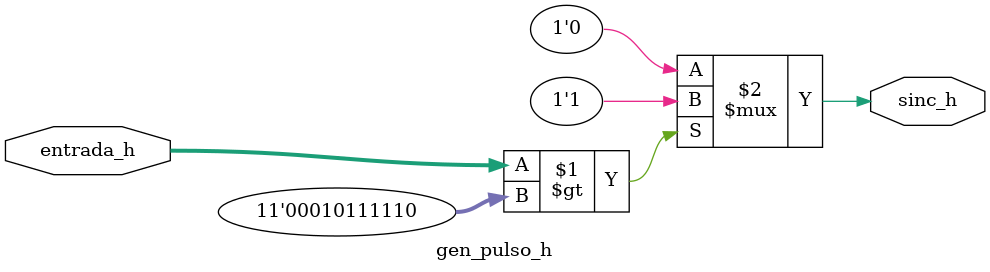
<source format=v>
module gen_pulso_h (
input [10:0] entrada_h,
output sinc_h);

assign sinc_h=(entrada_h>11'b 00010111110)?1'b1:1'b0;
endmodule

</source>
